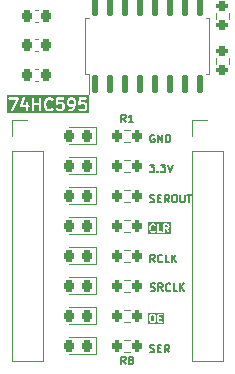
<source format=gbr>
%TF.GenerationSoftware,KiCad,Pcbnew,7.0.8*%
%TF.CreationDate,2023-10-11T21:25:33+02:00*%
%TF.ProjectId,test_sr,74657374-5f73-4722-9e6b-696361645f70,rev?*%
%TF.SameCoordinates,Original*%
%TF.FileFunction,Legend,Top*%
%TF.FilePolarity,Positive*%
%FSLAX46Y46*%
G04 Gerber Fmt 4.6, Leading zero omitted, Abs format (unit mm)*
G04 Created by KiCad (PCBNEW 7.0.8) date 2023-10-11 21:25:33*
%MOMM*%
%LPD*%
G01*
G04 APERTURE LIST*
G04 Aperture macros list*
%AMRoundRect*
0 Rectangle with rounded corners*
0 $1 Rounding radius*
0 $2 $3 $4 $5 $6 $7 $8 $9 X,Y pos of 4 corners*
0 Add a 4 corners polygon primitive as box body*
4,1,4,$2,$3,$4,$5,$6,$7,$8,$9,$2,$3,0*
0 Add four circle primitives for the rounded corners*
1,1,$1+$1,$2,$3*
1,1,$1+$1,$4,$5*
1,1,$1+$1,$6,$7*
1,1,$1+$1,$8,$9*
0 Add four rect primitives between the rounded corners*
20,1,$1+$1,$2,$3,$4,$5,0*
20,1,$1+$1,$4,$5,$6,$7,0*
20,1,$1+$1,$6,$7,$8,$9,0*
20,1,$1+$1,$8,$9,$2,$3,0*%
G04 Aperture macros list end*
%ADD10C,0.200000*%
%ADD11C,0.150000*%
%ADD12C,0.120000*%
%ADD13RoundRect,0.200000X0.275000X-0.200000X0.275000X0.200000X-0.275000X0.200000X-0.275000X-0.200000X0*%
%ADD14RoundRect,0.200000X-0.275000X0.200000X-0.275000X-0.200000X0.275000X-0.200000X0.275000X0.200000X0*%
%ADD15RoundRect,0.225000X0.225000X0.250000X-0.225000X0.250000X-0.225000X-0.250000X0.225000X-0.250000X0*%
%ADD16RoundRect,0.218750X0.218750X0.256250X-0.218750X0.256250X-0.218750X-0.256250X0.218750X-0.256250X0*%
%ADD17RoundRect,0.200000X-0.200000X-0.275000X0.200000X-0.275000X0.200000X0.275000X-0.200000X0.275000X0*%
%ADD18R,1.700000X1.700000*%
%ADD19O,1.700000X1.700000*%
%ADD20RoundRect,0.137500X0.137500X-0.662500X0.137500X0.662500X-0.137500X0.662500X-0.137500X-0.662500X0*%
G04 APERTURE END LIST*
D10*
G36*
X49585770Y-52845024D02*
G01*
X49610439Y-52869692D01*
X49640244Y-52929302D01*
X49640244Y-53120183D01*
X49610439Y-53179792D01*
X49585770Y-53204460D01*
X49526161Y-53234266D01*
X49382899Y-53234266D01*
X49323289Y-53204461D01*
X49298621Y-53179792D01*
X49268816Y-53120182D01*
X49268816Y-52929302D01*
X49298621Y-52869692D01*
X49323289Y-52845023D01*
X49382899Y-52815219D01*
X49526161Y-52815219D01*
X49585770Y-52845024D01*
G37*
G36*
X50935482Y-53958076D02*
G01*
X43978472Y-53958076D01*
X43978472Y-52746121D01*
X44121329Y-52746121D01*
X44157656Y-52796121D01*
X44216435Y-52815219D01*
X44731447Y-52815219D01*
X44362615Y-53675827D01*
X44357015Y-53737377D01*
X44388663Y-53790462D01*
X44445469Y-53814808D01*
X44505737Y-53801114D01*
X44546445Y-53754611D01*
X44693250Y-53412064D01*
X45121097Y-53412064D01*
X45121329Y-53412388D01*
X45121329Y-53412787D01*
X45139303Y-53437526D01*
X45157044Y-53462338D01*
X45157421Y-53462463D01*
X45157656Y-53462787D01*
X45186688Y-53472220D01*
X45215676Y-53481883D01*
X45216057Y-53481762D01*
X45216435Y-53481885D01*
X45592625Y-53481885D01*
X45592625Y-53715219D01*
X45611723Y-53773998D01*
X45661723Y-53810325D01*
X45723527Y-53810325D01*
X45773527Y-53773998D01*
X45792625Y-53715219D01*
X46116435Y-53715219D01*
X46135533Y-53773998D01*
X46185533Y-53810325D01*
X46247337Y-53810325D01*
X46297337Y-53773998D01*
X46316435Y-53715219D01*
X46316435Y-53291409D01*
X46687863Y-53291409D01*
X46687863Y-53715219D01*
X46706961Y-53773998D01*
X46756961Y-53810325D01*
X46818765Y-53810325D01*
X46868765Y-53773998D01*
X46887863Y-53715219D01*
X46887863Y-53286647D01*
X47116435Y-53286647D01*
X47120281Y-53298484D01*
X47119421Y-53310901D01*
X47167040Y-53501376D01*
X47172950Y-53510822D01*
X47174611Y-53521844D01*
X47222230Y-53617082D01*
X47233604Y-53628630D01*
X47240962Y-53643071D01*
X47336200Y-53738311D01*
X47356744Y-53748779D01*
X47375288Y-53762468D01*
X47518145Y-53810087D01*
X47534352Y-53810210D01*
X47549768Y-53815219D01*
X47645006Y-53815219D01*
X47660421Y-53810210D01*
X47676629Y-53810087D01*
X47819485Y-53762468D01*
X47838032Y-53748776D01*
X47858574Y-53738310D01*
X47906193Y-53690690D01*
X47934251Y-53635622D01*
X47924583Y-53574580D01*
X47880880Y-53530879D01*
X47819838Y-53521211D01*
X47764770Y-53549270D01*
X47733843Y-53580197D01*
X47628779Y-53615219D01*
X47565994Y-53615219D01*
X47460929Y-53580197D01*
X47393859Y-53513127D01*
X47358405Y-53442218D01*
X47316435Y-53274337D01*
X47316435Y-53181459D01*
X48116931Y-53181459D01*
X48122927Y-53208983D01*
X48127334Y-53236808D01*
X48129449Y-53238923D01*
X48130086Y-53241846D01*
X48151116Y-53260590D01*
X48171036Y-53280510D01*
X48173990Y-53280977D01*
X48176223Y-53282968D01*
X48204255Y-53285771D01*
X48232078Y-53290178D01*
X48234742Y-53288820D01*
X48237720Y-53289118D01*
X48262048Y-53274907D01*
X48287146Y-53262120D01*
X48323289Y-53225975D01*
X48382899Y-53196171D01*
X48573780Y-53196171D01*
X48633389Y-53225976D01*
X48658058Y-53250644D01*
X48687863Y-53310254D01*
X48687863Y-53501135D01*
X48658058Y-53560743D01*
X48633389Y-53585413D01*
X48573780Y-53615219D01*
X48382899Y-53615219D01*
X48323289Y-53585414D01*
X48287146Y-53549270D01*
X48232079Y-53521211D01*
X48171037Y-53530878D01*
X48127334Y-53574580D01*
X48117665Y-53635622D01*
X48145724Y-53690690D01*
X48193342Y-53738310D01*
X48207785Y-53745669D01*
X48219333Y-53757043D01*
X48314570Y-53804662D01*
X48337368Y-53808095D01*
X48359292Y-53815219D01*
X48597387Y-53815219D01*
X48619310Y-53808095D01*
X48642108Y-53804662D01*
X48737346Y-53757043D01*
X48748894Y-53745668D01*
X48763336Y-53738310D01*
X48810955Y-53690690D01*
X48818312Y-53676249D01*
X48829687Y-53664701D01*
X48877306Y-53569464D01*
X48880739Y-53546665D01*
X48887863Y-53524742D01*
X48887863Y-53286647D01*
X48880739Y-53264723D01*
X48877306Y-53241925D01*
X48829687Y-53146688D01*
X48826833Y-53143790D01*
X49068816Y-53143790D01*
X49075939Y-53165713D01*
X49079373Y-53188511D01*
X49126992Y-53283749D01*
X49138365Y-53295296D01*
X49145724Y-53309739D01*
X49193343Y-53357357D01*
X49207784Y-53364715D01*
X49219333Y-53376090D01*
X49314570Y-53423709D01*
X49337368Y-53427142D01*
X49359292Y-53434266D01*
X49549768Y-53434266D01*
X49571691Y-53427142D01*
X49594489Y-53423709D01*
X49604102Y-53418902D01*
X49599812Y-53436064D01*
X49519675Y-53556269D01*
X49490532Y-53585413D01*
X49430923Y-53615219D01*
X49264054Y-53615219D01*
X49205275Y-53634317D01*
X49168948Y-53684317D01*
X49168948Y-53746121D01*
X49205275Y-53796121D01*
X49264054Y-53815219D01*
X49454530Y-53815219D01*
X49476453Y-53808095D01*
X49499251Y-53804662D01*
X49594489Y-53757043D01*
X49606037Y-53745668D01*
X49620479Y-53738310D01*
X49668098Y-53690690D01*
X49672676Y-53681703D01*
X49680592Y-53675450D01*
X49775830Y-53532593D01*
X49780492Y-53515993D01*
X49789639Y-53501377D01*
X49837258Y-53310901D01*
X49836397Y-53298484D01*
X49840244Y-53286647D01*
X49840244Y-53181459D01*
X50021693Y-53181459D01*
X50027689Y-53208983D01*
X50032096Y-53236808D01*
X50034211Y-53238923D01*
X50034848Y-53241846D01*
X50055878Y-53260590D01*
X50075798Y-53280510D01*
X50078752Y-53280977D01*
X50080985Y-53282968D01*
X50109017Y-53285771D01*
X50136840Y-53290178D01*
X50139504Y-53288820D01*
X50142482Y-53289118D01*
X50166810Y-53274907D01*
X50191908Y-53262120D01*
X50228051Y-53225975D01*
X50287661Y-53196171D01*
X50478542Y-53196171D01*
X50538151Y-53225976D01*
X50562820Y-53250644D01*
X50592625Y-53310254D01*
X50592625Y-53501135D01*
X50562820Y-53560743D01*
X50538151Y-53585413D01*
X50478542Y-53615219D01*
X50287661Y-53615219D01*
X50228051Y-53585414D01*
X50191908Y-53549270D01*
X50136841Y-53521211D01*
X50075799Y-53530878D01*
X50032096Y-53574580D01*
X50022427Y-53635622D01*
X50050486Y-53690690D01*
X50098104Y-53738310D01*
X50112547Y-53745669D01*
X50124095Y-53757043D01*
X50219332Y-53804662D01*
X50242130Y-53808095D01*
X50264054Y-53815219D01*
X50502149Y-53815219D01*
X50524072Y-53808095D01*
X50546870Y-53804662D01*
X50642108Y-53757043D01*
X50653656Y-53745668D01*
X50668098Y-53738310D01*
X50715717Y-53690690D01*
X50723074Y-53676249D01*
X50734449Y-53664701D01*
X50782068Y-53569464D01*
X50785501Y-53546665D01*
X50792625Y-53524742D01*
X50792625Y-53286647D01*
X50785501Y-53264723D01*
X50782068Y-53241925D01*
X50734449Y-53146688D01*
X50723074Y-53135139D01*
X50715716Y-53120698D01*
X50668098Y-53073079D01*
X50653655Y-53065720D01*
X50642108Y-53054347D01*
X50546870Y-53006728D01*
X50524072Y-53003294D01*
X50502149Y-52996171D01*
X50264054Y-52996171D01*
X50242130Y-53003294D01*
X50240482Y-53003542D01*
X50259315Y-52815219D01*
X50645006Y-52815219D01*
X50703785Y-52796121D01*
X50740112Y-52746121D01*
X50740112Y-52684317D01*
X50703785Y-52634317D01*
X50645006Y-52615219D01*
X50168816Y-52615219D01*
X50158414Y-52618598D01*
X50147531Y-52617510D01*
X50129688Y-52627932D01*
X50110037Y-52634317D01*
X50103608Y-52643165D01*
X50094164Y-52648682D01*
X50085855Y-52667600D01*
X50073710Y-52684317D01*
X50073710Y-52695254D01*
X50069312Y-52705269D01*
X50021693Y-53181459D01*
X49840244Y-53181459D01*
X49840244Y-52905695D01*
X49833120Y-52883771D01*
X49829687Y-52860973D01*
X49782068Y-52765736D01*
X49770693Y-52754187D01*
X49763335Y-52739746D01*
X49715717Y-52692127D01*
X49701274Y-52684768D01*
X49689727Y-52673395D01*
X49594489Y-52625776D01*
X49571691Y-52622342D01*
X49549768Y-52615219D01*
X49359292Y-52615219D01*
X49337368Y-52622342D01*
X49314570Y-52625776D01*
X49219333Y-52673395D01*
X49207784Y-52684769D01*
X49193343Y-52692128D01*
X49145724Y-52739746D01*
X49138365Y-52754188D01*
X49126992Y-52765736D01*
X49079373Y-52860974D01*
X49075939Y-52883771D01*
X49068816Y-52905695D01*
X49068816Y-53143790D01*
X48826833Y-53143790D01*
X48818312Y-53135139D01*
X48810954Y-53120698D01*
X48763336Y-53073079D01*
X48748893Y-53065720D01*
X48737346Y-53054347D01*
X48642108Y-53006728D01*
X48619310Y-53003294D01*
X48597387Y-52996171D01*
X48359292Y-52996171D01*
X48337368Y-53003294D01*
X48335720Y-53003542D01*
X48354553Y-52815219D01*
X48740244Y-52815219D01*
X48799023Y-52796121D01*
X48835350Y-52746121D01*
X48835350Y-52684317D01*
X48799023Y-52634317D01*
X48740244Y-52615219D01*
X48264054Y-52615219D01*
X48253652Y-52618598D01*
X48242769Y-52617510D01*
X48224926Y-52627932D01*
X48205275Y-52634317D01*
X48198846Y-52643165D01*
X48189402Y-52648682D01*
X48181093Y-52667600D01*
X48168948Y-52684317D01*
X48168948Y-52695254D01*
X48164550Y-52705269D01*
X48116931Y-53181459D01*
X47316435Y-53181459D01*
X47316435Y-53156100D01*
X47358405Y-52988218D01*
X47393858Y-52917312D01*
X47460930Y-52850240D01*
X47565994Y-52815219D01*
X47628779Y-52815219D01*
X47733844Y-52850240D01*
X47764771Y-52881167D01*
X47819838Y-52909226D01*
X47880881Y-52899558D01*
X47924583Y-52855856D01*
X47934251Y-52794813D01*
X47906192Y-52739746D01*
X47858574Y-52692127D01*
X47838030Y-52681659D01*
X47819485Y-52667970D01*
X47676629Y-52620351D01*
X47660421Y-52620227D01*
X47645006Y-52615219D01*
X47549768Y-52615219D01*
X47534352Y-52620227D01*
X47518145Y-52620351D01*
X47375288Y-52667970D01*
X47356741Y-52681660D01*
X47336200Y-52692127D01*
X47240962Y-52787365D01*
X47233603Y-52801807D01*
X47222230Y-52813355D01*
X47174611Y-52908593D01*
X47172950Y-52919614D01*
X47167040Y-52929061D01*
X47119421Y-53119536D01*
X47120281Y-53131952D01*
X47116435Y-53143790D01*
X47116435Y-53286647D01*
X46887863Y-53286647D01*
X46887863Y-52715219D01*
X46868765Y-52656440D01*
X46818765Y-52620113D01*
X46756961Y-52620113D01*
X46706961Y-52656440D01*
X46687863Y-52715219D01*
X46687863Y-53091409D01*
X46316435Y-53091409D01*
X46316435Y-52715219D01*
X46297337Y-52656440D01*
X46247337Y-52620113D01*
X46185533Y-52620113D01*
X46135533Y-52656440D01*
X46116435Y-52715219D01*
X46116435Y-53715219D01*
X45792625Y-53715219D01*
X45792625Y-53481885D01*
X45835482Y-53481885D01*
X45894261Y-53462787D01*
X45930588Y-53412787D01*
X45930588Y-53350983D01*
X45894261Y-53300983D01*
X45835482Y-53281885D01*
X45792625Y-53281885D01*
X45792625Y-53048552D01*
X45773527Y-52989773D01*
X45723527Y-52953446D01*
X45661723Y-52953446D01*
X45611723Y-52989773D01*
X45592625Y-53048552D01*
X45592625Y-53281885D01*
X45355177Y-53281885D01*
X45549398Y-52699223D01*
X45549868Y-52637421D01*
X45513921Y-52587147D01*
X45455289Y-52567603D01*
X45396367Y-52586254D01*
X45359662Y-52635978D01*
X45121567Y-53350262D01*
X45121563Y-53350659D01*
X45121329Y-53350983D01*
X45121329Y-53381557D01*
X45121097Y-53412064D01*
X44693250Y-53412064D01*
X44975015Y-52754611D01*
X44975441Y-52749927D01*
X44978207Y-52746121D01*
X44978207Y-52719534D01*
X44980616Y-52693062D01*
X44978207Y-52689021D01*
X44978207Y-52684317D01*
X44962578Y-52662806D01*
X44948968Y-52639976D01*
X44944645Y-52638123D01*
X44941880Y-52634317D01*
X44916593Y-52626101D01*
X44892161Y-52615630D01*
X44887573Y-52616672D01*
X44883101Y-52615219D01*
X44216435Y-52615219D01*
X44157656Y-52634317D01*
X44121329Y-52684317D01*
X44121329Y-52746121D01*
X43978472Y-52746121D01*
X43978472Y-52424746D01*
X50935482Y-52424746D01*
X50935482Y-53958076D01*
G37*
D11*
X56102493Y-74176700D02*
X56195350Y-74207652D01*
X56195350Y-74207652D02*
X56350112Y-74207652D01*
X56350112Y-74207652D02*
X56412017Y-74176700D01*
X56412017Y-74176700D02*
X56442969Y-74145747D01*
X56442969Y-74145747D02*
X56473922Y-74083842D01*
X56473922Y-74083842D02*
X56473922Y-74021938D01*
X56473922Y-74021938D02*
X56442969Y-73960033D01*
X56442969Y-73960033D02*
X56412017Y-73929080D01*
X56412017Y-73929080D02*
X56350112Y-73898128D01*
X56350112Y-73898128D02*
X56226303Y-73867176D01*
X56226303Y-73867176D02*
X56164398Y-73836223D01*
X56164398Y-73836223D02*
X56133445Y-73805271D01*
X56133445Y-73805271D02*
X56102493Y-73743366D01*
X56102493Y-73743366D02*
X56102493Y-73681461D01*
X56102493Y-73681461D02*
X56133445Y-73619557D01*
X56133445Y-73619557D02*
X56164398Y-73588604D01*
X56164398Y-73588604D02*
X56226303Y-73557652D01*
X56226303Y-73557652D02*
X56381064Y-73557652D01*
X56381064Y-73557652D02*
X56473922Y-73588604D01*
X56752493Y-73867176D02*
X56969160Y-73867176D01*
X57062017Y-74207652D02*
X56752493Y-74207652D01*
X56752493Y-74207652D02*
X56752493Y-73557652D01*
X56752493Y-73557652D02*
X57062017Y-73557652D01*
X57712017Y-74207652D02*
X57495350Y-73898128D01*
X57340588Y-74207652D02*
X57340588Y-73557652D01*
X57340588Y-73557652D02*
X57588207Y-73557652D01*
X57588207Y-73557652D02*
X57650112Y-73588604D01*
X57650112Y-73588604D02*
X57681065Y-73619557D01*
X57681065Y-73619557D02*
X57712017Y-73681461D01*
X57712017Y-73681461D02*
X57712017Y-73774319D01*
X57712017Y-73774319D02*
X57681065Y-73836223D01*
X57681065Y-73836223D02*
X57650112Y-73867176D01*
X57650112Y-73867176D02*
X57588207Y-73898128D01*
X57588207Y-73898128D02*
X57340588Y-73898128D01*
X56504874Y-66587652D02*
X56288207Y-66278128D01*
X56133445Y-66587652D02*
X56133445Y-65937652D01*
X56133445Y-65937652D02*
X56381064Y-65937652D01*
X56381064Y-65937652D02*
X56442969Y-65968604D01*
X56442969Y-65968604D02*
X56473922Y-65999557D01*
X56473922Y-65999557D02*
X56504874Y-66061461D01*
X56504874Y-66061461D02*
X56504874Y-66154319D01*
X56504874Y-66154319D02*
X56473922Y-66216223D01*
X56473922Y-66216223D02*
X56442969Y-66247176D01*
X56442969Y-66247176D02*
X56381064Y-66278128D01*
X56381064Y-66278128D02*
X56133445Y-66278128D01*
X57154874Y-66525747D02*
X57123922Y-66556700D01*
X57123922Y-66556700D02*
X57031064Y-66587652D01*
X57031064Y-66587652D02*
X56969160Y-66587652D01*
X56969160Y-66587652D02*
X56876303Y-66556700D01*
X56876303Y-66556700D02*
X56814398Y-66494795D01*
X56814398Y-66494795D02*
X56783445Y-66432890D01*
X56783445Y-66432890D02*
X56752493Y-66309080D01*
X56752493Y-66309080D02*
X56752493Y-66216223D01*
X56752493Y-66216223D02*
X56783445Y-66092414D01*
X56783445Y-66092414D02*
X56814398Y-66030509D01*
X56814398Y-66030509D02*
X56876303Y-65968604D01*
X56876303Y-65968604D02*
X56969160Y-65937652D01*
X56969160Y-65937652D02*
X57031064Y-65937652D01*
X57031064Y-65937652D02*
X57123922Y-65968604D01*
X57123922Y-65968604D02*
X57154874Y-65999557D01*
X57742969Y-66587652D02*
X57433445Y-66587652D01*
X57433445Y-66587652D02*
X57433445Y-65937652D01*
X57959635Y-66587652D02*
X57959635Y-65937652D01*
X58331064Y-66587652D02*
X58052493Y-66216223D01*
X58331064Y-65937652D02*
X57959635Y-66309080D01*
X56071541Y-58317652D02*
X56473922Y-58317652D01*
X56473922Y-58317652D02*
X56257255Y-58565271D01*
X56257255Y-58565271D02*
X56350112Y-58565271D01*
X56350112Y-58565271D02*
X56412017Y-58596223D01*
X56412017Y-58596223D02*
X56442969Y-58627176D01*
X56442969Y-58627176D02*
X56473922Y-58689080D01*
X56473922Y-58689080D02*
X56473922Y-58843842D01*
X56473922Y-58843842D02*
X56442969Y-58905747D01*
X56442969Y-58905747D02*
X56412017Y-58936700D01*
X56412017Y-58936700D02*
X56350112Y-58967652D01*
X56350112Y-58967652D02*
X56164398Y-58967652D01*
X56164398Y-58967652D02*
X56102493Y-58936700D01*
X56102493Y-58936700D02*
X56071541Y-58905747D01*
X56752493Y-58905747D02*
X56783446Y-58936700D01*
X56783446Y-58936700D02*
X56752493Y-58967652D01*
X56752493Y-58967652D02*
X56721541Y-58936700D01*
X56721541Y-58936700D02*
X56752493Y-58905747D01*
X56752493Y-58905747D02*
X56752493Y-58967652D01*
X57000113Y-58317652D02*
X57402494Y-58317652D01*
X57402494Y-58317652D02*
X57185827Y-58565271D01*
X57185827Y-58565271D02*
X57278684Y-58565271D01*
X57278684Y-58565271D02*
X57340589Y-58596223D01*
X57340589Y-58596223D02*
X57371541Y-58627176D01*
X57371541Y-58627176D02*
X57402494Y-58689080D01*
X57402494Y-58689080D02*
X57402494Y-58843842D01*
X57402494Y-58843842D02*
X57371541Y-58905747D01*
X57371541Y-58905747D02*
X57340589Y-58936700D01*
X57340589Y-58936700D02*
X57278684Y-58967652D01*
X57278684Y-58967652D02*
X57092970Y-58967652D01*
X57092970Y-58967652D02*
X57031065Y-58936700D01*
X57031065Y-58936700D02*
X57000113Y-58905747D01*
X57588208Y-58317652D02*
X57804875Y-58967652D01*
X57804875Y-58967652D02*
X58021542Y-58317652D01*
X56150941Y-68984890D02*
X56243798Y-69015842D01*
X56243798Y-69015842D02*
X56398560Y-69015842D01*
X56398560Y-69015842D02*
X56460465Y-68984890D01*
X56460465Y-68984890D02*
X56491417Y-68953937D01*
X56491417Y-68953937D02*
X56522370Y-68892032D01*
X56522370Y-68892032D02*
X56522370Y-68830128D01*
X56522370Y-68830128D02*
X56491417Y-68768223D01*
X56491417Y-68768223D02*
X56460465Y-68737270D01*
X56460465Y-68737270D02*
X56398560Y-68706318D01*
X56398560Y-68706318D02*
X56274751Y-68675366D01*
X56274751Y-68675366D02*
X56212846Y-68644413D01*
X56212846Y-68644413D02*
X56181893Y-68613461D01*
X56181893Y-68613461D02*
X56150941Y-68551556D01*
X56150941Y-68551556D02*
X56150941Y-68489651D01*
X56150941Y-68489651D02*
X56181893Y-68427747D01*
X56181893Y-68427747D02*
X56212846Y-68396794D01*
X56212846Y-68396794D02*
X56274751Y-68365842D01*
X56274751Y-68365842D02*
X56429512Y-68365842D01*
X56429512Y-68365842D02*
X56522370Y-68396794D01*
X57172370Y-69015842D02*
X56955703Y-68706318D01*
X56800941Y-69015842D02*
X56800941Y-68365842D01*
X56800941Y-68365842D02*
X57048560Y-68365842D01*
X57048560Y-68365842D02*
X57110465Y-68396794D01*
X57110465Y-68396794D02*
X57141418Y-68427747D01*
X57141418Y-68427747D02*
X57172370Y-68489651D01*
X57172370Y-68489651D02*
X57172370Y-68582509D01*
X57172370Y-68582509D02*
X57141418Y-68644413D01*
X57141418Y-68644413D02*
X57110465Y-68675366D01*
X57110465Y-68675366D02*
X57048560Y-68706318D01*
X57048560Y-68706318D02*
X56800941Y-68706318D01*
X57822370Y-68953937D02*
X57791418Y-68984890D01*
X57791418Y-68984890D02*
X57698560Y-69015842D01*
X57698560Y-69015842D02*
X57636656Y-69015842D01*
X57636656Y-69015842D02*
X57543799Y-68984890D01*
X57543799Y-68984890D02*
X57481894Y-68922985D01*
X57481894Y-68922985D02*
X57450941Y-68861080D01*
X57450941Y-68861080D02*
X57419989Y-68737270D01*
X57419989Y-68737270D02*
X57419989Y-68644413D01*
X57419989Y-68644413D02*
X57450941Y-68520604D01*
X57450941Y-68520604D02*
X57481894Y-68458699D01*
X57481894Y-68458699D02*
X57543799Y-68396794D01*
X57543799Y-68396794D02*
X57636656Y-68365842D01*
X57636656Y-68365842D02*
X57698560Y-68365842D01*
X57698560Y-68365842D02*
X57791418Y-68396794D01*
X57791418Y-68396794D02*
X57822370Y-68427747D01*
X58410465Y-69015842D02*
X58100941Y-69015842D01*
X58100941Y-69015842D02*
X58100941Y-68365842D01*
X58627131Y-69015842D02*
X58627131Y-68365842D01*
X58998560Y-69015842D02*
X58719989Y-68644413D01*
X58998560Y-68365842D02*
X58627131Y-68737270D01*
G36*
X57574731Y-63471592D02*
G01*
X57588473Y-63485334D01*
X57606064Y-63520516D01*
X57606064Y-63577964D01*
X57588473Y-63613146D01*
X57574731Y-63626887D01*
X57539550Y-63644478D01*
X57384635Y-63644478D01*
X57384635Y-63454002D01*
X57539550Y-63454002D01*
X57574731Y-63471592D01*
G37*
G36*
X57848921Y-64196859D02*
G01*
X55934636Y-64196859D01*
X55934636Y-63750430D01*
X56027493Y-63750430D01*
X56028678Y-63753687D01*
X56029732Y-63768620D01*
X56060684Y-63892430D01*
X56062672Y-63895374D01*
X56066363Y-63907781D01*
X56097316Y-63969686D01*
X56098505Y-63970811D01*
X56111365Y-63989178D01*
X56173270Y-64051083D01*
X56177333Y-64052977D01*
X56179681Y-64056799D01*
X56202586Y-64069201D01*
X56295443Y-64100153D01*
X56297077Y-64100108D01*
X56319160Y-64104002D01*
X56381064Y-64104002D01*
X56382602Y-64103441D01*
X56404781Y-64100153D01*
X56497639Y-64069201D01*
X56501150Y-64066413D01*
X56505619Y-64066023D01*
X56526956Y-64051082D01*
X56549035Y-64029002D01*
X56708445Y-64029002D01*
X56715108Y-64047310D01*
X56718493Y-64066502D01*
X56723677Y-64070852D01*
X56725992Y-64077211D01*
X56742865Y-64086953D01*
X56757793Y-64099479D01*
X56767535Y-64101196D01*
X56770421Y-64102863D01*
X56773703Y-64102284D01*
X56783445Y-64104002D01*
X57092969Y-64104002D01*
X57141178Y-64086455D01*
X57166830Y-64042026D01*
X57164533Y-64029002D01*
X57234635Y-64029002D01*
X57252182Y-64077211D01*
X57296611Y-64102863D01*
X57347135Y-64093954D01*
X57380112Y-64054654D01*
X57384635Y-64029002D01*
X57384635Y-63794478D01*
X57425348Y-63794478D01*
X57619621Y-64072011D01*
X57661643Y-64101443D01*
X57712751Y-64096980D01*
X57749033Y-64060708D01*
X57753511Y-64009601D01*
X57742506Y-63985992D01*
X57599764Y-63782075D01*
X57652700Y-63755608D01*
X57653825Y-63754418D01*
X57672192Y-63741559D01*
X57703145Y-63710606D01*
X57703836Y-63709124D01*
X57717194Y-63691114D01*
X57748146Y-63629210D01*
X57748658Y-63624756D01*
X57751541Y-63621321D01*
X57756064Y-63595669D01*
X57756064Y-63502811D01*
X57754530Y-63498599D01*
X57755573Y-63494237D01*
X57748146Y-63469270D01*
X57717194Y-63407366D01*
X57716004Y-63406240D01*
X57703145Y-63387874D01*
X57672192Y-63356921D01*
X57670710Y-63356230D01*
X57652700Y-63342872D01*
X57590795Y-63311920D01*
X57586341Y-63311407D01*
X57582906Y-63308525D01*
X57557254Y-63304002D01*
X57309635Y-63304002D01*
X57291326Y-63310665D01*
X57272135Y-63314050D01*
X57267784Y-63319234D01*
X57261426Y-63321549D01*
X57251683Y-63338422D01*
X57239158Y-63353350D01*
X57237440Y-63363092D01*
X57235774Y-63365978D01*
X57236352Y-63369260D01*
X57234635Y-63379002D01*
X57234635Y-64029002D01*
X57164533Y-64029002D01*
X57157921Y-63991502D01*
X57118621Y-63958525D01*
X57092969Y-63954002D01*
X56858445Y-63954002D01*
X56858445Y-63379002D01*
X56840898Y-63330793D01*
X56796469Y-63305141D01*
X56745945Y-63314050D01*
X56712968Y-63353350D01*
X56708445Y-63379002D01*
X56708445Y-64029002D01*
X56549035Y-64029002D01*
X56557908Y-64020129D01*
X56579588Y-63973633D01*
X56566310Y-63924078D01*
X56524284Y-63894652D01*
X56473177Y-63899124D01*
X56451840Y-63914065D01*
X56433407Y-63932498D01*
X56368894Y-63954002D01*
X56331330Y-63954002D01*
X56266816Y-63932497D01*
X56226037Y-63891718D01*
X56204209Y-63848063D01*
X56177493Y-63741196D01*
X56177493Y-63666806D01*
X56204209Y-63559940D01*
X56226037Y-63516285D01*
X56266816Y-63475506D01*
X56331330Y-63454002D01*
X56368894Y-63454002D01*
X56433407Y-63475505D01*
X56451840Y-63493939D01*
X56498336Y-63515621D01*
X56547891Y-63502344D01*
X56577318Y-63460319D01*
X56572848Y-63409212D01*
X56557908Y-63387875D01*
X56526956Y-63356922D01*
X56522892Y-63355026D01*
X56520544Y-63351205D01*
X56497639Y-63338803D01*
X56404781Y-63307851D01*
X56403146Y-63307895D01*
X56381064Y-63304002D01*
X56319160Y-63304002D01*
X56317621Y-63304562D01*
X56295443Y-63307851D01*
X56202586Y-63338803D01*
X56199075Y-63341589D01*
X56194607Y-63341980D01*
X56173270Y-63356921D01*
X56111365Y-63418826D01*
X56110672Y-63420310D01*
X56097316Y-63438318D01*
X56066363Y-63500223D01*
X56065956Y-63503751D01*
X56060684Y-63515574D01*
X56029732Y-63639383D01*
X56030092Y-63642831D01*
X56027493Y-63657573D01*
X56027493Y-63750430D01*
X55934636Y-63750430D01*
X55934636Y-63211145D01*
X57848921Y-63211145D01*
X57848921Y-64196859D01*
G37*
X56473922Y-55808604D02*
X56412017Y-55777652D01*
X56412017Y-55777652D02*
X56319160Y-55777652D01*
X56319160Y-55777652D02*
X56226303Y-55808604D01*
X56226303Y-55808604D02*
X56164398Y-55870509D01*
X56164398Y-55870509D02*
X56133445Y-55932414D01*
X56133445Y-55932414D02*
X56102493Y-56056223D01*
X56102493Y-56056223D02*
X56102493Y-56149080D01*
X56102493Y-56149080D02*
X56133445Y-56272890D01*
X56133445Y-56272890D02*
X56164398Y-56334795D01*
X56164398Y-56334795D02*
X56226303Y-56396700D01*
X56226303Y-56396700D02*
X56319160Y-56427652D01*
X56319160Y-56427652D02*
X56381064Y-56427652D01*
X56381064Y-56427652D02*
X56473922Y-56396700D01*
X56473922Y-56396700D02*
X56504874Y-56365747D01*
X56504874Y-56365747D02*
X56504874Y-56149080D01*
X56504874Y-56149080D02*
X56381064Y-56149080D01*
X56783445Y-56427652D02*
X56783445Y-55777652D01*
X56783445Y-55777652D02*
X57154874Y-56427652D01*
X57154874Y-56427652D02*
X57154874Y-55777652D01*
X57464397Y-56427652D02*
X57464397Y-55777652D01*
X57464397Y-55777652D02*
X57619159Y-55777652D01*
X57619159Y-55777652D02*
X57712016Y-55808604D01*
X57712016Y-55808604D02*
X57773921Y-55870509D01*
X57773921Y-55870509D02*
X57804874Y-55932414D01*
X57804874Y-55932414D02*
X57835826Y-56056223D01*
X57835826Y-56056223D02*
X57835826Y-56149080D01*
X57835826Y-56149080D02*
X57804874Y-56272890D01*
X57804874Y-56272890D02*
X57773921Y-56334795D01*
X57773921Y-56334795D02*
X57712016Y-56396700D01*
X57712016Y-56396700D02*
X57619159Y-56427652D01*
X57619159Y-56427652D02*
X57464397Y-56427652D01*
G36*
X56398541Y-71110242D02*
G01*
X56437151Y-71148852D01*
X56460826Y-71243552D01*
X56460826Y-71441751D01*
X56437151Y-71536451D01*
X56398541Y-71575061D01*
X56363360Y-71592652D01*
X56274960Y-71592652D01*
X56239776Y-71575060D01*
X56201167Y-71536451D01*
X56177493Y-71441751D01*
X56177493Y-71243552D01*
X56201167Y-71148852D01*
X56239776Y-71110243D01*
X56274960Y-71092652D01*
X56363360Y-71092652D01*
X56398541Y-71110242D01*
G37*
G36*
X57290639Y-71835509D02*
G01*
X55934636Y-71835509D01*
X55934636Y-71450985D01*
X56027493Y-71450985D01*
X56028678Y-71454242D01*
X56029732Y-71469175D01*
X56060684Y-71592985D01*
X56064826Y-71599118D01*
X56065472Y-71606491D01*
X56080412Y-71627828D01*
X56142317Y-71689733D01*
X56143798Y-71690423D01*
X56161809Y-71703782D01*
X56223715Y-71734734D01*
X56228167Y-71735246D01*
X56231603Y-71738129D01*
X56257255Y-71742652D01*
X56381064Y-71742652D01*
X56385276Y-71741118D01*
X56389638Y-71742161D01*
X56414605Y-71734734D01*
X56476510Y-71703782D01*
X56477635Y-71702592D01*
X56496002Y-71689733D01*
X56518083Y-71667652D01*
X56739397Y-71667652D01*
X56746060Y-71685960D01*
X56749445Y-71705152D01*
X56754629Y-71709502D01*
X56756944Y-71715861D01*
X56773817Y-71725603D01*
X56788745Y-71738129D01*
X56798487Y-71739846D01*
X56801373Y-71741513D01*
X56804655Y-71740934D01*
X56814397Y-71742652D01*
X57123921Y-71742652D01*
X57172130Y-71725105D01*
X57197782Y-71680676D01*
X57188873Y-71630152D01*
X57149573Y-71597175D01*
X57123921Y-71592652D01*
X56889397Y-71592652D01*
X56889397Y-71402176D01*
X57031064Y-71402176D01*
X57079273Y-71384629D01*
X57104925Y-71340200D01*
X57096016Y-71289676D01*
X57056716Y-71256699D01*
X57031064Y-71252176D01*
X56889397Y-71252176D01*
X56889397Y-71092652D01*
X57123921Y-71092652D01*
X57172130Y-71075105D01*
X57197782Y-71030676D01*
X57188873Y-70980152D01*
X57149573Y-70947175D01*
X57123921Y-70942652D01*
X56814397Y-70942652D01*
X56796088Y-70949315D01*
X56776897Y-70952700D01*
X56772546Y-70957884D01*
X56766188Y-70960199D01*
X56756445Y-70977072D01*
X56743920Y-70992000D01*
X56742202Y-71001742D01*
X56740536Y-71004628D01*
X56741114Y-71007910D01*
X56739397Y-71017652D01*
X56739397Y-71667652D01*
X56518083Y-71667652D01*
X56557907Y-71627828D01*
X56561034Y-71621120D01*
X56567025Y-71616774D01*
X56577635Y-71592985D01*
X56608587Y-71469175D01*
X56608226Y-71465726D01*
X56610826Y-71450985D01*
X56610826Y-71234319D01*
X56609640Y-71231061D01*
X56608587Y-71216129D01*
X56577635Y-71092319D01*
X56573493Y-71086186D01*
X56572848Y-71078813D01*
X56557907Y-71057476D01*
X56496002Y-70995571D01*
X56494520Y-70994880D01*
X56476510Y-70981522D01*
X56414605Y-70950570D01*
X56410151Y-70950057D01*
X56406716Y-70947175D01*
X56381064Y-70942652D01*
X56257255Y-70942652D01*
X56253042Y-70944185D01*
X56248681Y-70943143D01*
X56223715Y-70950570D01*
X56161809Y-70981522D01*
X56160685Y-70982708D01*
X56142317Y-70995571D01*
X56080412Y-71057476D01*
X56077284Y-71064183D01*
X56071294Y-71068530D01*
X56060684Y-71092319D01*
X56029732Y-71216129D01*
X56030092Y-71219577D01*
X56027493Y-71234319D01*
X56027493Y-71450985D01*
X55934636Y-71450985D01*
X55934636Y-70849795D01*
X57290639Y-70849795D01*
X57290639Y-71835509D01*
G37*
X56102493Y-61476700D02*
X56195350Y-61507652D01*
X56195350Y-61507652D02*
X56350112Y-61507652D01*
X56350112Y-61507652D02*
X56412017Y-61476700D01*
X56412017Y-61476700D02*
X56442969Y-61445747D01*
X56442969Y-61445747D02*
X56473922Y-61383842D01*
X56473922Y-61383842D02*
X56473922Y-61321938D01*
X56473922Y-61321938D02*
X56442969Y-61260033D01*
X56442969Y-61260033D02*
X56412017Y-61229080D01*
X56412017Y-61229080D02*
X56350112Y-61198128D01*
X56350112Y-61198128D02*
X56226303Y-61167176D01*
X56226303Y-61167176D02*
X56164398Y-61136223D01*
X56164398Y-61136223D02*
X56133445Y-61105271D01*
X56133445Y-61105271D02*
X56102493Y-61043366D01*
X56102493Y-61043366D02*
X56102493Y-60981461D01*
X56102493Y-60981461D02*
X56133445Y-60919557D01*
X56133445Y-60919557D02*
X56164398Y-60888604D01*
X56164398Y-60888604D02*
X56226303Y-60857652D01*
X56226303Y-60857652D02*
X56381064Y-60857652D01*
X56381064Y-60857652D02*
X56473922Y-60888604D01*
X56752493Y-61167176D02*
X56969160Y-61167176D01*
X57062017Y-61507652D02*
X56752493Y-61507652D01*
X56752493Y-61507652D02*
X56752493Y-60857652D01*
X56752493Y-60857652D02*
X57062017Y-60857652D01*
X57712017Y-61507652D02*
X57495350Y-61198128D01*
X57340588Y-61507652D02*
X57340588Y-60857652D01*
X57340588Y-60857652D02*
X57588207Y-60857652D01*
X57588207Y-60857652D02*
X57650112Y-60888604D01*
X57650112Y-60888604D02*
X57681065Y-60919557D01*
X57681065Y-60919557D02*
X57712017Y-60981461D01*
X57712017Y-60981461D02*
X57712017Y-61074319D01*
X57712017Y-61074319D02*
X57681065Y-61136223D01*
X57681065Y-61136223D02*
X57650112Y-61167176D01*
X57650112Y-61167176D02*
X57588207Y-61198128D01*
X57588207Y-61198128D02*
X57340588Y-61198128D01*
X58114398Y-60857652D02*
X58238207Y-60857652D01*
X58238207Y-60857652D02*
X58300112Y-60888604D01*
X58300112Y-60888604D02*
X58362017Y-60950509D01*
X58362017Y-60950509D02*
X58392969Y-61074319D01*
X58392969Y-61074319D02*
X58392969Y-61290985D01*
X58392969Y-61290985D02*
X58362017Y-61414795D01*
X58362017Y-61414795D02*
X58300112Y-61476700D01*
X58300112Y-61476700D02*
X58238207Y-61507652D01*
X58238207Y-61507652D02*
X58114398Y-61507652D01*
X58114398Y-61507652D02*
X58052493Y-61476700D01*
X58052493Y-61476700D02*
X57990588Y-61414795D01*
X57990588Y-61414795D02*
X57959636Y-61290985D01*
X57959636Y-61290985D02*
X57959636Y-61074319D01*
X57959636Y-61074319D02*
X57990588Y-60950509D01*
X57990588Y-60950509D02*
X58052493Y-60888604D01*
X58052493Y-60888604D02*
X58114398Y-60857652D01*
X58671540Y-60857652D02*
X58671540Y-61383842D01*
X58671540Y-61383842D02*
X58702493Y-61445747D01*
X58702493Y-61445747D02*
X58733445Y-61476700D01*
X58733445Y-61476700D02*
X58795350Y-61507652D01*
X58795350Y-61507652D02*
X58919159Y-61507652D01*
X58919159Y-61507652D02*
X58981064Y-61476700D01*
X58981064Y-61476700D02*
X59012017Y-61445747D01*
X59012017Y-61445747D02*
X59042969Y-61383842D01*
X59042969Y-61383842D02*
X59042969Y-60857652D01*
X59259635Y-60857652D02*
X59631064Y-60857652D01*
X59445350Y-61507652D02*
X59445350Y-60857652D01*
X54056666Y-75222902D02*
X53839999Y-74913378D01*
X53685237Y-75222902D02*
X53685237Y-74572902D01*
X53685237Y-74572902D02*
X53932856Y-74572902D01*
X53932856Y-74572902D02*
X53994761Y-74603854D01*
X53994761Y-74603854D02*
X54025714Y-74634807D01*
X54025714Y-74634807D02*
X54056666Y-74696711D01*
X54056666Y-74696711D02*
X54056666Y-74789569D01*
X54056666Y-74789569D02*
X54025714Y-74851473D01*
X54025714Y-74851473D02*
X53994761Y-74882426D01*
X53994761Y-74882426D02*
X53932856Y-74913378D01*
X53932856Y-74913378D02*
X53685237Y-74913378D01*
X54428095Y-74851473D02*
X54366190Y-74820521D01*
X54366190Y-74820521D02*
X54335237Y-74789569D01*
X54335237Y-74789569D02*
X54304285Y-74727664D01*
X54304285Y-74727664D02*
X54304285Y-74696711D01*
X54304285Y-74696711D02*
X54335237Y-74634807D01*
X54335237Y-74634807D02*
X54366190Y-74603854D01*
X54366190Y-74603854D02*
X54428095Y-74572902D01*
X54428095Y-74572902D02*
X54551904Y-74572902D01*
X54551904Y-74572902D02*
X54613809Y-74603854D01*
X54613809Y-74603854D02*
X54644761Y-74634807D01*
X54644761Y-74634807D02*
X54675714Y-74696711D01*
X54675714Y-74696711D02*
X54675714Y-74727664D01*
X54675714Y-74727664D02*
X54644761Y-74789569D01*
X54644761Y-74789569D02*
X54613809Y-74820521D01*
X54613809Y-74820521D02*
X54551904Y-74851473D01*
X54551904Y-74851473D02*
X54428095Y-74851473D01*
X54428095Y-74851473D02*
X54366190Y-74882426D01*
X54366190Y-74882426D02*
X54335237Y-74913378D01*
X54335237Y-74913378D02*
X54304285Y-74975283D01*
X54304285Y-74975283D02*
X54304285Y-75099092D01*
X54304285Y-75099092D02*
X54335237Y-75160997D01*
X54335237Y-75160997D02*
X54366190Y-75191950D01*
X54366190Y-75191950D02*
X54428095Y-75222902D01*
X54428095Y-75222902D02*
X54551904Y-75222902D01*
X54551904Y-75222902D02*
X54613809Y-75191950D01*
X54613809Y-75191950D02*
X54644761Y-75160997D01*
X54644761Y-75160997D02*
X54675714Y-75099092D01*
X54675714Y-75099092D02*
X54675714Y-74975283D01*
X54675714Y-74975283D02*
X54644761Y-74913378D01*
X54644761Y-74913378D02*
X54613809Y-74882426D01*
X54613809Y-74882426D02*
X54551904Y-74851473D01*
X54056666Y-54742902D02*
X53839999Y-54433378D01*
X53685237Y-54742902D02*
X53685237Y-54092902D01*
X53685237Y-54092902D02*
X53932856Y-54092902D01*
X53932856Y-54092902D02*
X53994761Y-54123854D01*
X53994761Y-54123854D02*
X54025714Y-54154807D01*
X54025714Y-54154807D02*
X54056666Y-54216711D01*
X54056666Y-54216711D02*
X54056666Y-54309569D01*
X54056666Y-54309569D02*
X54025714Y-54371473D01*
X54025714Y-54371473D02*
X53994761Y-54402426D01*
X53994761Y-54402426D02*
X53932856Y-54433378D01*
X53932856Y-54433378D02*
X53685237Y-54433378D01*
X54675714Y-54742902D02*
X54304285Y-54742902D01*
X54489999Y-54742902D02*
X54489999Y-54092902D01*
X54489999Y-54092902D02*
X54428095Y-54185759D01*
X54428095Y-54185759D02*
X54366190Y-54247664D01*
X54366190Y-54247664D02*
X54304285Y-54278616D01*
D12*
%TO.C,R10*%
X62752500Y-49767258D02*
X62752500Y-49292742D01*
X61707500Y-49767258D02*
X61707500Y-49292742D01*
%TO.C,R9*%
X61707500Y-45482742D02*
X61707500Y-45957258D01*
X62752500Y-45482742D02*
X62752500Y-45957258D01*
%TO.C,C3*%
X46635580Y-46230000D02*
X46354420Y-46230000D01*
X46635580Y-45210000D02*
X46354420Y-45210000D01*
%TO.C,D7*%
X51497500Y-71855000D02*
X51497500Y-70385000D01*
X51497500Y-70385000D02*
X49212500Y-70385000D01*
X49212500Y-71855000D02*
X51497500Y-71855000D01*
%TO.C,C1*%
X46635580Y-51250000D02*
X46354420Y-51250000D01*
X46635580Y-50230000D02*
X46354420Y-50230000D01*
%TO.C,D2*%
X51497500Y-59155000D02*
X51497500Y-57685000D01*
X51497500Y-57685000D02*
X49212500Y-57685000D01*
X49212500Y-59155000D02*
X51497500Y-59155000D01*
%TO.C,R8*%
X53927742Y-73137500D02*
X54402258Y-73137500D01*
X53927742Y-74182500D02*
X54402258Y-74182500D01*
%TO.C,J1*%
X44390000Y-54550000D02*
X45720000Y-54550000D01*
X44390000Y-55880000D02*
X44390000Y-54550000D01*
X44390000Y-57150000D02*
X44390000Y-74990000D01*
X44390000Y-57150000D02*
X47050000Y-57150000D01*
X44390000Y-74990000D02*
X47050000Y-74990000D01*
X47050000Y-57150000D02*
X47050000Y-74990000D01*
%TO.C,D6*%
X51497500Y-69315000D02*
X51497500Y-67845000D01*
X51497500Y-67845000D02*
X49212500Y-67845000D01*
X49212500Y-69315000D02*
X51497500Y-69315000D01*
%TO.C,C2*%
X46635580Y-48740000D02*
X46354420Y-48740000D01*
X46635580Y-47720000D02*
X46354420Y-47720000D01*
%TO.C,R5*%
X53927742Y-65517500D02*
X54402258Y-65517500D01*
X53927742Y-66562500D02*
X54402258Y-66562500D01*
%TO.C,R2*%
X53927742Y-57897500D02*
X54402258Y-57897500D01*
X53927742Y-58942500D02*
X54402258Y-58942500D01*
%TO.C,R3*%
X53927742Y-60437500D02*
X54402258Y-60437500D01*
X53927742Y-61482500D02*
X54402258Y-61482500D01*
%TO.C,R4*%
X53927742Y-62977500D02*
X54402258Y-62977500D01*
X53927742Y-64022500D02*
X54402258Y-64022500D01*
%TO.C,R6*%
X53927742Y-68057500D02*
X54402258Y-68057500D01*
X53927742Y-69102500D02*
X54402258Y-69102500D01*
%TO.C,J2*%
X59630000Y-54550000D02*
X60960000Y-54550000D01*
X59630000Y-55880000D02*
X59630000Y-54550000D01*
X59630000Y-57150000D02*
X59630000Y-74990000D01*
X59630000Y-57150000D02*
X62290000Y-57150000D01*
X59630000Y-74990000D02*
X62290000Y-74990000D01*
X62290000Y-57150000D02*
X62290000Y-74990000D01*
%TO.C,D1*%
X51497500Y-56615000D02*
X51497500Y-55145000D01*
X51497500Y-55145000D02*
X49212500Y-55145000D01*
X49212500Y-56615000D02*
X51497500Y-56615000D01*
%TO.C,R7*%
X53927742Y-70597500D02*
X54402258Y-70597500D01*
X53927742Y-71642500D02*
X54402258Y-71642500D01*
%TO.C,D3*%
X51497500Y-61695000D02*
X51497500Y-60225000D01*
X51497500Y-60225000D02*
X49212500Y-60225000D01*
X49212500Y-61695000D02*
X51497500Y-61695000D01*
%TO.C,D8*%
X51497500Y-74395000D02*
X51497500Y-72925000D01*
X51497500Y-72925000D02*
X49212500Y-72925000D01*
X49212500Y-74395000D02*
X51497500Y-74395000D01*
%TO.C,D5*%
X51497500Y-66775000D02*
X51497500Y-65305000D01*
X51497500Y-65305000D02*
X49212500Y-65305000D01*
X49212500Y-66775000D02*
X51497500Y-66775000D01*
%TO.C,U1*%
X50620000Y-50645000D02*
X50900000Y-50645000D01*
X50900000Y-50645000D02*
X50900000Y-52310000D01*
X61140000Y-50645000D02*
X60860000Y-50645000D01*
X50620000Y-48260000D02*
X50620000Y-50645000D01*
X50620000Y-48260000D02*
X50620000Y-45875000D01*
X61140000Y-48260000D02*
X61140000Y-50645000D01*
X61140000Y-48260000D02*
X61140000Y-45875000D01*
X50620000Y-45875000D02*
X50900000Y-45875000D01*
X61140000Y-45875000D02*
X60860000Y-45875000D01*
%TO.C,R1*%
X53927742Y-55357500D02*
X54402258Y-55357500D01*
X53927742Y-56402500D02*
X54402258Y-56402500D01*
%TO.C,D4*%
X51497500Y-64235000D02*
X51497500Y-62765000D01*
X51497500Y-62765000D02*
X49212500Y-62765000D01*
X49212500Y-64235000D02*
X51497500Y-64235000D01*
%TD*%
%LPC*%
D13*
%TO.C,R10*%
X62230000Y-50355000D03*
X62230000Y-48705000D03*
%TD*%
D14*
%TO.C,R9*%
X62230000Y-44895000D03*
X62230000Y-46545000D03*
%TD*%
D15*
%TO.C,C3*%
X47270000Y-45720000D03*
X45720000Y-45720000D03*
%TD*%
D16*
%TO.C,D7*%
X50800000Y-71120000D03*
X49225000Y-71120000D03*
%TD*%
D15*
%TO.C,C1*%
X47270000Y-50740000D03*
X45720000Y-50740000D03*
%TD*%
D16*
%TO.C,D2*%
X50800000Y-58420000D03*
X49225000Y-58420000D03*
%TD*%
D17*
%TO.C,R8*%
X53340000Y-73660000D03*
X54990000Y-73660000D03*
%TD*%
D18*
%TO.C,J1*%
X45720000Y-55880000D03*
D19*
X45720000Y-58420000D03*
X45720000Y-60960000D03*
X45720000Y-63500000D03*
X45720000Y-66040000D03*
X45720000Y-68580000D03*
X45720000Y-71120000D03*
X45720000Y-73660000D03*
%TD*%
D16*
%TO.C,D6*%
X50800000Y-68580000D03*
X49225000Y-68580000D03*
%TD*%
D15*
%TO.C,C2*%
X47270000Y-48230000D03*
X45720000Y-48230000D03*
%TD*%
D17*
%TO.C,R5*%
X53340000Y-66040000D03*
X54990000Y-66040000D03*
%TD*%
%TO.C,R2*%
X53340000Y-58420000D03*
X54990000Y-58420000D03*
%TD*%
%TO.C,R3*%
X53340000Y-60960000D03*
X54990000Y-60960000D03*
%TD*%
%TO.C,R4*%
X53340000Y-63500000D03*
X54990000Y-63500000D03*
%TD*%
%TO.C,R6*%
X53340000Y-68580000D03*
X54990000Y-68580000D03*
%TD*%
D18*
%TO.C,J2*%
X60960000Y-55880000D03*
D19*
X60960000Y-58420000D03*
X60960000Y-60960000D03*
X60960000Y-63500000D03*
X60960000Y-66040000D03*
X60960000Y-68580000D03*
X60960000Y-71120000D03*
X60960000Y-73660000D03*
%TD*%
D16*
%TO.C,D1*%
X50800000Y-55880000D03*
X49225000Y-55880000D03*
%TD*%
D17*
%TO.C,R7*%
X53340000Y-71120000D03*
X54990000Y-71120000D03*
%TD*%
D16*
%TO.C,D3*%
X50800000Y-60960000D03*
X49225000Y-60960000D03*
%TD*%
%TO.C,D8*%
X50800000Y-73660000D03*
X49225000Y-73660000D03*
%TD*%
%TO.C,D5*%
X50800000Y-66040000D03*
X49225000Y-66040000D03*
%TD*%
D20*
%TO.C,U1*%
X51435000Y-51510000D03*
X52705000Y-51510000D03*
X53975000Y-51510000D03*
X55245000Y-51510000D03*
X56515000Y-51510000D03*
X57785000Y-51510000D03*
X59055000Y-51510000D03*
X60325000Y-51510000D03*
X60325000Y-45010000D03*
X59055000Y-45010000D03*
X57785000Y-45010000D03*
X56515000Y-45010000D03*
X55245000Y-45010000D03*
X53975000Y-45010000D03*
X52705000Y-45010000D03*
X51435000Y-45010000D03*
%TD*%
D17*
%TO.C,R1*%
X53340000Y-55880000D03*
X54990000Y-55880000D03*
%TD*%
D16*
%TO.C,D4*%
X50800000Y-63500000D03*
X49225000Y-63500000D03*
%TD*%
%LPD*%
M02*

</source>
